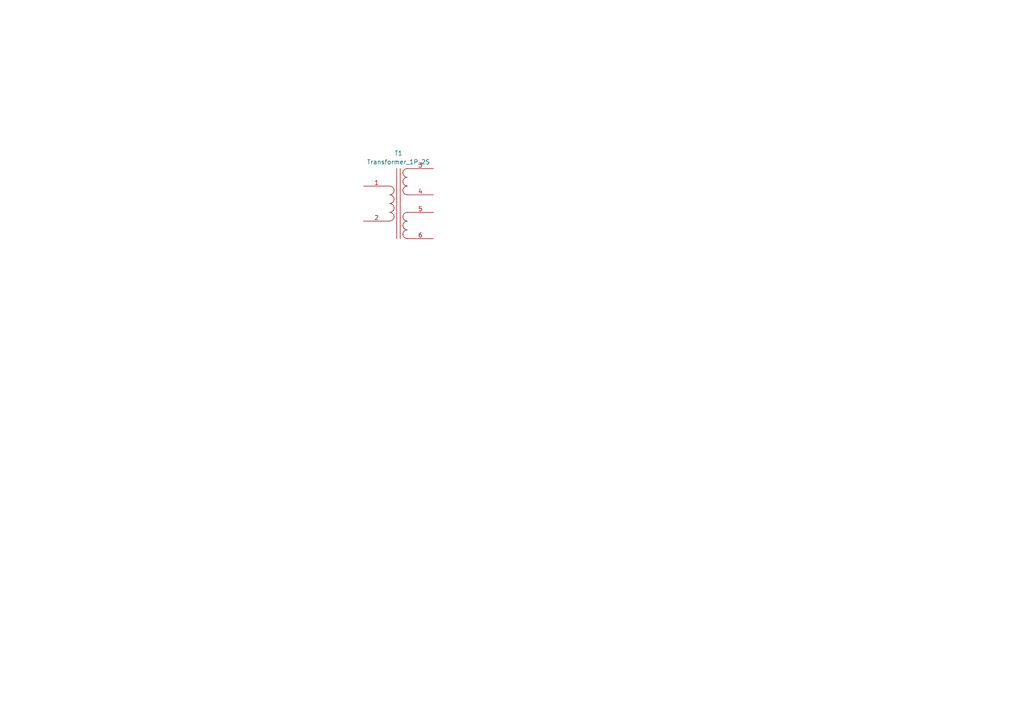
<source format=kicad_sch>
(kicad_sch (version 20230121) (generator eeschema)
  (paper "A4")
  (lib_symbols
    (symbol "Device:Transformer_1P_2S" (pin_names (offset 1.016) hide)
      (property "Reference" "T" (at 0 12.7 0))
      (property "Value" "Transformer_1P_2S" (at 0 -12.7 0))
      (symbol "Transformer_1P_2S_0_1"
        (arc (start -2.54 -5.0546) (mid -1.6599 -4.6901) (end -1.27 -3.81))
        (arc (start -2.54 -2.5146) (mid -1.6599 -2.1501) (end -1.27 -1.27))
        (arc (start -2.54 0.0254) (mid -1.6599 0.3899) (end -1.27 1.27))
        (arc (start -2.54 2.5654) (mid -1.6599 2.9299) (end -1.27 3.81))
        (arc (start -1.27 -3.81) (mid -1.642 -2.912) (end -2.54 -2.54))
        (arc (start -1.27 -1.27) (mid -1.642 -0.372) (end -2.54 0))
        (arc (start -1.27 1.27) (mid -1.642 2.168) (end -2.54 2.54))
        (arc (start -1.27 3.81) (mid -1.642 4.708) (end -2.54 5.08))
        (polyline (pts (xy -0.508 -10.16) (xy -0.508 10.16)))
        (polyline (pts (xy 0.508 10.16) (xy 0.508 -10.16)))
        (arc (start 1.2954 -8.89) (mid 1.6599 -9.7701) (end 2.54 -10.1346))
        (arc (start 1.2954 -6.35) (mid 1.6599 -7.2301) (end 2.54 -7.5946))
        (arc (start 1.2954 -3.81) (mid 1.6599 -4.6901) (end 2.54 -5.0546))
        (arc (start 1.2954 3.81) (mid 1.6599 2.9299) (end 2.54 2.5654))
        (arc (start 1.2954 6.35) (mid 1.6599 5.4699) (end 2.54 5.1054))
        (arc (start 1.2954 8.89) (mid 1.6599 8.0099) (end 2.54 7.6454))
        (arc (start 2.54 -7.62) (mid 1.642 -7.992) (end 1.2954 -8.89))
        (arc (start 2.54 -5.08) (mid 1.642 -5.452) (end 1.2954 -6.35))
        (arc (start 2.54 -2.54) (mid 1.642 -2.912) (end 1.2954 -3.81))
        (arc (start 2.54 5.08) (mid 1.642 4.708) (end 1.2954 3.81))
        (arc (start 2.54 7.62) (mid 1.642 7.248) (end 1.2954 6.35))
        (arc (start 2.54 10.16) (mid 1.642 9.788) (end 1.2954 8.89))
      )
      (symbol "Transformer_1P_2S_1_1"
        (pin passive line (at -10.16 5.08 0) (length 7.62) (name "AA") (number "1"))
        (pin passive line (at -10.16 -5.08 0) (length 7.62) (name "AB") (number "2"))
        (pin passive line (at 10.16 10.16 180) (length 7.62) (name "SA") (number "3"))
        (pin passive line (at 10.16 2.54 180) (length 7.62) (name "SB") (number "4"))
        (pin passive line (at 10.16 -2.54 180) (length 7.62) (name "SC") (number "5"))
        (pin passive line (at 10.16 -10.16 180) (length 7.62) (name "SD") (number "6"))
      )
    )
  )
  (symbol (lib_id "Device:Transformer_1P_2S") (at 115.57 59.055 0) (unit 1)
    (property "Reference" "T1" (at 115.57 44.45 0))
    (property "Value" "Transformer_1P_2S" (at 115.57 46.99 0))
  )
)
</source>
